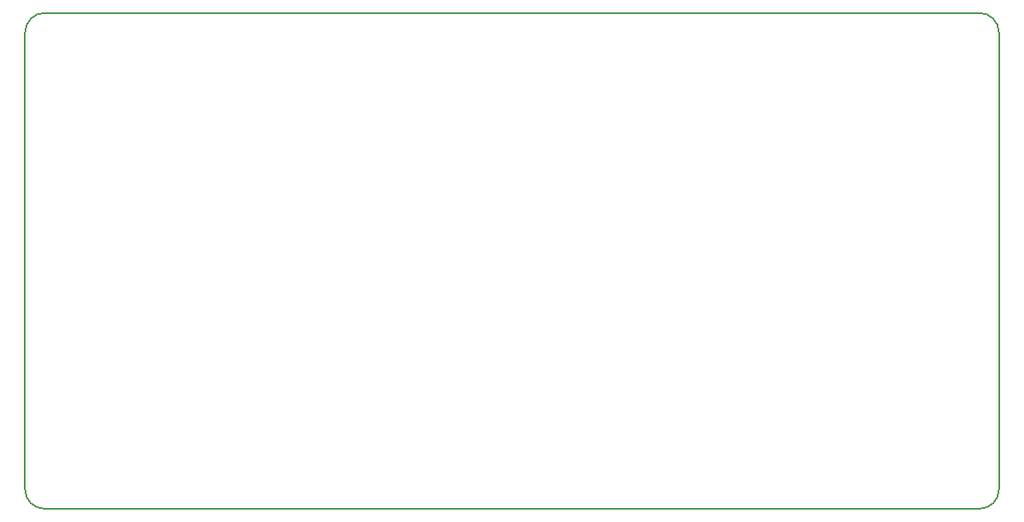
<source format=gbr>
G04 #@! TF.FileFunction,Profile,NP*
%FSLAX46Y46*%
G04 Gerber Fmt 4.6, Leading zero omitted, Abs format (unit mm)*
G04 Created by KiCad (PCBNEW 4.0.6) date 12/04/17 20:41:38*
%MOMM*%
%LPD*%
G01*
G04 APERTURE LIST*
%ADD10C,0.050000*%
%ADD11C,0.150000*%
G04 APERTURE END LIST*
D10*
D11*
X90000000Y-99000000D02*
X90000000Y-52000000D01*
X188000000Y-101000000D02*
X92000000Y-101000000D01*
X190000000Y-52000000D02*
X190000000Y-99000000D01*
X92000000Y-50000000D02*
X188000000Y-50000000D01*
X92000000Y-50000000D02*
G75*
G03X90000000Y-52000000I0J-2000000D01*
G01*
X190000000Y-52000000D02*
G75*
G03X188000000Y-50000000I-2000000J0D01*
G01*
X188000000Y-101000000D02*
G75*
G03X190000000Y-99000000I0J2000000D01*
G01*
X90000000Y-99000000D02*
G75*
G03X92000000Y-101000000I2000000J0D01*
G01*
M02*

</source>
